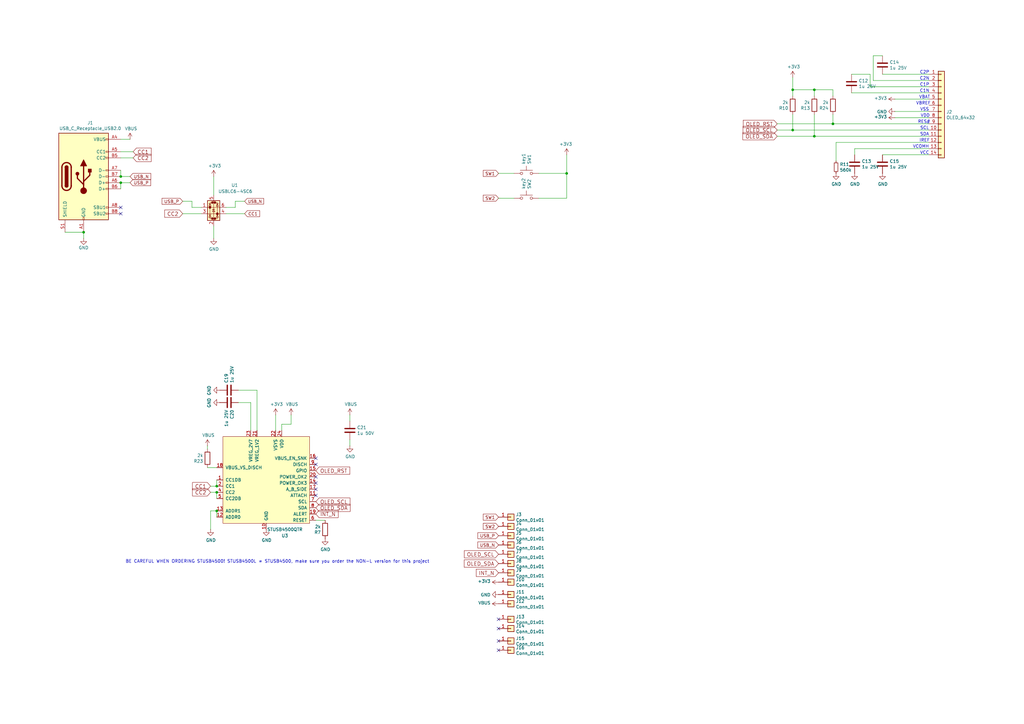
<source format=kicad_sch>
(kicad_sch (version 20250114) (generator "eeschema") (generator_version "9.0")
  (paper "A3")
  (lib_symbols
    (symbol "Connector:USB_C_Receptacle_USB2.0" (pin_names (offset 1.016))
      (property "Reference" "J" (at -10.16 19.05 0))
      (property "Value" "Connector_USB_C_Receptacle_USB2.0" (at 19.05 19.05 0))
      (symbol "USB_C_Receptacle_USB2.0_0_0"
        (rectangle (start -0.254 -17.78) (end 0.254 -16.764))
        (rectangle (start 10.16 15.494) (end 9.144 14.986))
        (rectangle (start 10.16 10.414) (end 9.144 9.906))
        (rectangle (start 10.16 7.874) (end 9.144 7.366))
        (rectangle (start 10.16 2.794) (end 9.144 2.286))
        (rectangle (start 10.16 0.254) (end 9.144 -0.254))
        (rectangle (start 10.16 -2.286) (end 9.144 -2.794))
        (rectangle (start 10.16 -4.826) (end 9.144 -5.334))
        (rectangle (start 10.16 -12.446) (end 9.144 -12.954))
        (rectangle (start 10.16 -14.986) (end 9.144 -15.494))
      )
      (symbol "USB_C_Receptacle_USB2.0_0_1"
        (rectangle (start -10.16 17.78) (end 10.16 -17.78) (stroke (width 0.254)) (fill (type background)))
        (polyline (pts (xy -8.89 -3.81) (xy -8.89 3.81)) (stroke (width 0.508)))
        (rectangle (start -7.62 -3.81) (end -6.35 3.81) (stroke (width 0.254)) (fill (type outline)))
        (arc (start -8.89 3.81) (mid -6.985 5.715) (end -5.08 3.81) (stroke (width 0.508)))
        (arc (start -7.62 3.81) (mid -6.985 4.445) (end -6.35 3.81) (stroke (width 0.254)))
        (arc (start -7.62 3.81) (mid -6.985 4.445) (end -6.35 3.81) (stroke (width 0.254)) (fill (type outline)))
        (arc (start -6.35 -3.81) (mid -6.985 -4.445) (end -7.62 -3.81) (stroke (width 0.254)))
        (arc (start -6.35 -3.81) (mid -6.985 -4.445) (end -7.62 -3.81) (stroke (width 0.254)) (fill (type outline)))
        (arc (start -5.08 -3.81) (mid -6.985 -5.715) (end -8.89 -3.81) (stroke (width 0.508)))
        (polyline (pts (xy -5.08 3.81) (xy -5.08 -3.81)) (stroke (width 0.508)))
        (circle (center -2.54 1.143) (radius 0.635) (stroke (width 0.254)) (fill (type outline)))
        (polyline (pts (xy -1.27 4.318) (xy 0 6.858) (xy 1.27 4.318) (xy -1.27 4.318)) (stroke (width 0.254)) (fill (type outline)))
        (polyline (pts (xy 0 -2.032) (xy 2.54 0.508) (xy 2.54 1.778)) (stroke (width 0.508)))
        (polyline (pts (xy 0 -3.302) (xy -2.54 -0.762) (xy -2.54 0.508)) (stroke (width 0.508)))
        (polyline (pts (xy 0 -5.842) (xy 0 4.318)) (stroke (width 0.508)))
        (circle (center 0 -5.842) (radius 1.27) (fill (type outline)))
        (rectangle (start 1.905 1.778) (end 3.175 3.048) (stroke (width 0.254)) (fill (type outline)))
      )
      (symbol "USB_C_Receptacle_USB2.0_1_1"
        (pin passive line (at -7.62 -22.86 90) (length 5.08) (name "SHIELD") (number "S1"))
        (pin power_in line (at 0 -22.86 90) (length 5.08) (name "GND") (number "A1"))
        (pin passive line (at 0 -22.86 90) (length 5.08) (hide yes) (name "GND") (number "A12"))
        (pin passive line (at 0 -22.86 90) (length 5.08) (hide yes) (name "GND") (number "B1"))
        (pin passive line (at 0 -22.86 90) (length 5.08) (hide yes) (name "GND") (number "B12"))
        (pin power_in line (at 15.24 15.24 180) (length 5.08) (name "VBUS") (number "A4"))
        (pin passive line (at 15.24 15.24 180) (length 5.08) (hide yes) (name "VBUS") (number "A9"))
        (pin passive line (at 15.24 15.24 180) (length 5.08) (hide yes) (name "VBUS") (number "B4"))
        (pin passive line (at 15.24 15.24 180) (length 5.08) (hide yes) (name "VBUS") (number "B9"))
        (pin bidirectional line (at 15.24 10.16 180) (length 5.08) (name "CC1") (number "A5"))
        (pin bidirectional line (at 15.24 7.62 180) (length 5.08) (name "CC2") (number "B5"))
        (pin bidirectional line (at 15.24 2.54 180) (length 5.08) (name "D-") (number "A7"))
        (pin bidirectional line (at 15.24 0 180) (length 5.08) (name "D-") (number "B7"))
        (pin bidirectional line (at 15.24 -2.54 180) (length 5.08) (name "D+") (number "A6"))
        (pin bidirectional line (at 15.24 -5.08 180) (length 5.08) (name "D+") (number "B6"))
        (pin bidirectional line (at 15.24 -12.7 180) (length 5.08) (name "SBU1") (number "A8"))
        (pin bidirectional line (at 15.24 -15.24 180) (length 5.08) (name "SBU2") (number "B8"))
      )
    )
    (symbol "Connector_Generic:Conn_01x01" (pin_names (offset 1.016) (hide yes))
      (property "Reference" "J" (at 0 2.54 0))
      (property "Value" "Conn_01x01" (at 0 -2.54 0))
      (symbol "Conn_01x01_1_1"
        (rectangle (start -1.27 1.27) (end 1.27 -1.27) (stroke (width 0.254)) (fill (type background)))
        (rectangle (start -1.27 0.127) (end 0 -0.127) (stroke (width 0.1524)))
        (pin passive line (at -5.08 0 0) (length 3.81) (name "Pin_1") (number "1"))
      )
    )
    (symbol "Connector_Generic:Conn_01x14" (pin_names (offset 1.016) (hide yes))
      (property "Reference" "J" (at 0 17.78 0))
      (property "Value" "Conn_01x14" (at 0 -20.32 0))
      (symbol "Conn_01x14_1_1"
        (rectangle (start -1.27 16.51) (end 1.27 -19.05) (stroke (width 0.254)) (fill (type background)))
        (rectangle (start -1.27 15.367) (end 0 15.113) (stroke (width 0.1524)))
        (rectangle (start -1.27 12.827) (end 0 12.573) (stroke (width 0.1524)))
        (rectangle (start -1.27 10.287) (end 0 10.033) (stroke (width 0.1524)))
        (rectangle (start -1.27 7.747) (end 0 7.493) (stroke (width 0.1524)))
        (rectangle (start -1.27 5.207) (end 0 4.953) (stroke (width 0.1524)))
        (rectangle (start -1.27 2.667) (end 0 2.413) (stroke (width 0.1524)))
        (rectangle (start -1.27 0.127) (end 0 -0.127) (stroke (width 0.1524)))
        (rectangle (start -1.27 -2.413) (end 0 -2.667) (stroke (width 0.1524)))
        (rectangle (start -1.27 -4.953) (end 0 -5.207) (stroke (width 0.1524)))
        (rectangle (start -1.27 -7.493) (end 0 -7.747) (stroke (width 0.1524)))
        (rectangle (start -1.27 -10.033) (end 0 -10.287) (stroke (width 0.1524)))
        (rectangle (start -1.27 -12.573) (end 0 -12.827) (stroke (width 0.1524)))
        (rectangle (start -1.27 -15.113) (end 0 -15.367) (stroke (width 0.1524)))
        (rectangle (start -1.27 -17.653) (end 0 -17.907) (stroke (width 0.1524)))
        (pin passive line (at -5.08 15.24 0) (length 3.81) (name "Pin_1") (number "1"))
        (pin passive line (at -5.08 12.7 0) (length 3.81) (name "Pin_2") (number "2"))
        (pin passive line (at -5.08 10.16 0) (length 3.81) (name "Pin_3") (number "3"))
        (pin passive line (at -5.08 7.62 0) (length 3.81) (name "Pin_4") (number "4"))
        (pin passive line (at -5.08 5.08 0) (length 3.81) (name "Pin_5") (number "5"))
        (pin passive line (at -5.08 2.54 0) (length 3.81) (name "Pin_6") (number "6"))
        (pin passive line (at -5.08 0 0) (length 3.81) (name "Pin_7") (number "7"))
        (pin passive line (at -5.08 -2.54 0) (length 3.81) (name "Pin_8") (number "8"))
        (pin passive line (at -5.08 -5.08 0) (length 3.81) (name "Pin_9") (number "9"))
        (pin passive line (at -5.08 -7.62 0) (length 3.81) (name "Pin_10") (number "10"))
        (pin passive line (at -5.08 -10.16 0) (length 3.81) (name "Pin_11") (number "11"))
        (pin passive line (at -5.08 -12.7 0) (length 3.81) (name "Pin_12") (number "12"))
        (pin passive line (at -5.08 -15.24 0) (length 3.81) (name "Pin_13") (number "13"))
        (pin passive line (at -5.08 -17.78 0) (length 3.81) (name "Pin_14") (number "14"))
      )
    )
    (symbol "Device:C" (pin_numbers (hide yes)) (pin_names (offset 0.254))
      (property "Reference" "C" (at 0.635 2.54 0))
      (property "Value" "C" (at 0.635 -2.54 0))
      (symbol "C_0_1"
        (polyline (pts (xy -2.032 0.762) (xy 2.032 0.762)) (stroke (width 0.508)))
        (polyline (pts (xy -2.032 -0.762) (xy 2.032 -0.762)) (stroke (width 0.508)))
      )
      (symbol "C_1_1"
        (pin passive line (at 0 3.81 270) (length 2.794) (name "~") (number "1"))
        (pin passive line (at 0 -3.81 90) (length 2.794) (name "~") (number "2"))
      )
    )
    (symbol "Device:R" (pin_numbers (hide yes)) (pin_names (offset 0))
      (property "Reference" "R" (at 2.032 0 90))
      (property "Value" "R" (at 0 0 90))
      (symbol "R_0_1"
        (rectangle (start -1.016 -2.54) (end 1.016 2.54) (stroke (width 0.254)))
      )
      (symbol "R_1_1"
        (pin passive line (at 0 3.81 270) (length 1.27) (name "~") (number "1"))
        (pin passive line (at 0 -3.81 90) (length 1.27) (name "~") (number "2"))
      )
    )
    (symbol "Device:R_Small" (pin_numbers (hide yes)) (pin_names (offset 0.254) (hide yes))
      (property "Reference" "R" (at 0 0 90))
      (property "Value" "R_Small" (at 1.778 0 90))
      (symbol "R_Small_0_1"
        (rectangle (start -0.762 1.778) (end 0.762 -1.778) (stroke (width 0.2032)))
      )
      (symbol "R_Small_1_1"
        (pin passive line (at 0 2.54 270) (length 0.762) (name "~") (number "1"))
        (pin passive line (at 0 -2.54 90) (length 0.762) (name "~") (number "2"))
      )
    )
    (symbol "Power_Protection:USBLC6-2SC6" (pin_names (hide yes))
      (property "Reference" "U" (at 0.635 5.715 0))
      (property "Value" "USBLC6-2SC6" (at 0.635 3.81 0))
      (symbol "USBLC6-2SC6_0_0"
        (circle (center -1.524 0) (radius 0.0001) (stroke (width 0.508)))
        (circle (center -0.508 2.032) (radius 0.0001) (stroke (width 0.508)))
        (circle (center -0.508 -4.572) (radius 0.0001) (stroke (width 0.508)))
        (circle (center 0.508 2.032) (radius 0.0001) (stroke (width 0.508)))
        (circle (center 0.508 -4.572) (radius 0.0001) (stroke (width 0.508)))
        (circle (center 1.524 -2.54) (radius 0.0001) (stroke (width 0.508)))
      )
      (symbol "USBLC6-2SC6_0_1"
        (polyline (pts (xy -2.54 0) (xy 2.54 0)))
        (polyline (pts (xy -2.54 -2.54) (xy 2.54 -2.54)))
        (polyline (pts (xy -2.032 0.508) (xy -1.016 0.508) (xy -1.524 1.524) (xy -2.032 0.508)))
        (polyline (pts (xy -2.032 -3.048) (xy -1.016 -3.048)))
        (polyline (pts (xy -1.016 1.524) (xy -2.032 1.524)))
        (polyline (pts (xy -1.016 -4.064) (xy -2.032 -4.064) (xy -1.524 -3.048) (xy -1.016 -4.064)))
        (polyline (pts (xy -0.508 -1.143) (xy -0.508 -0.762) (xy 0.508 -0.762)))
        (polyline (pts (xy 0 2.54) (xy -0.508 2.032) (xy 0.508 2.032) (xy 0 1.524) (xy 0 -4.064) (xy -0.508 -4.572) (xy 0.508 -4.572) (xy 0 -5.08)))
        (polyline (pts (xy 0.508 -1.778) (xy -0.508 -1.778) (xy 0 -0.762) (xy 0.508 -1.778)))
        (polyline (pts (xy 1.016 1.524) (xy 2.032 1.524)))
        (polyline (pts (xy 1.016 -3.048) (xy 2.032 -3.048)))
        (polyline (pts (xy 2.032 0.508) (xy 1.016 0.508) (xy 1.524 1.524) (xy 2.032 0.508)))
        (polyline (pts (xy 2.032 -4.064) (xy 1.016 -4.064) (xy 1.524 -3.048) (xy 2.032 -4.064)))
      )
      (symbol "USBLC6-2SC6_1_1"
        (rectangle (start -2.54 2.794) (end 2.54 -5.334) (stroke (width 0.254)) (fill (type background)))
        (polyline (pts (xy -0.508 2.032) (xy -1.524 2.032) (xy -1.524 -4.572) (xy -0.508 -4.572)))
        (polyline (pts (xy 0.508 -4.572) (xy 1.524 -4.572) (xy 1.524 2.032) (xy 0.508 2.032)))
        (pin passive line (at -5.08 0 0) (length 2.54) (name "I/O1") (number "1"))
        (pin passive line (at -5.08 -2.54 0) (length 2.54) (name "I/O2") (number "3"))
        (pin passive line (at 0 5.08 270) (length 2.54) (name "VBUS") (number "5"))
        (pin passive line (at 0 -7.62 90) (length 2.54) (name "GND") (number "2"))
        (pin passive line (at 5.08 0 180) (length 2.54) (name "I/O1") (number "6"))
        (pin passive line (at 5.08 -2.54 180) (length 2.54) (name "I/O2") (number "4"))
      )
    )
    (symbol "Switch:SW_Push" (pin_numbers (hide yes)) (pin_names (offset 1.016) (hide yes))
      (property "Reference" "SW" (at 1.27 2.54 0))
      (property "Value" "SW_Push" (at 0 -1.524 0))
      (symbol "SW_Push_0_1"
        (circle (center -2.032 0) (radius 0.508))
        (polyline (pts (xy 0 1.27) (xy 0 3.048)))
        (circle (center 2.032 0) (radius 0.508))
        (polyline (pts (xy 2.54 1.27) (xy -2.54 1.27)))
        (pin passive line (at -5.08 0 0) (length 2.54) (name "1") (number "1"))
        (pin passive line (at 5.08 0 180) (length 2.54) (name "2") (number "2"))
      )
    )
    (symbol "otter:STUSB4500" (pin_names (offset 1.016))
      (property "Reference" "U" (at 12.7 25.4 0))
      (property "Value" "otter_STUSB4500" (at 12.7 22.86 0))
      (symbol "STUSB4500_0_1"
        (rectangle (start -17.78 21.59) (end 17.78 -13.97) (fill (type background)))
      )
      (symbol "STUSB4500_1_1"
        (pin input line (at -20.32 8.89 0) (length 2.54) (name "VBUS_VS_DISCH") (number "18"))
        (pin input line (at -20.32 3.81 0) (length 2.54) (name "CC1DB") (number "1"))
        (pin input line (at -20.32 1.27 0) (length 2.54) (name "CC1") (number "2"))
        (pin input line (at -20.32 -1.27 0) (length 2.54) (name "CC2") (number "4"))
        (pin input line (at -20.32 -3.81 0) (length 2.54) (name "CC2DB") (number "5"))
        (pin input line (at -20.32 -8.89 0) (length 2.54) (name "ADDR1") (number "13"))
        (pin input line (at -20.32 -11.43 0) (length 2.54) (name "ADDR0") (number "12"))
        (pin input line (at -6.35 24.13 270) (length 2.54) (name "VREG_2V7") (number "23"))
        (pin input line (at -3.81 24.13 270) (length 2.54) (name "VREG_1V2") (number "21"))
        (pin input line (at 0 -16.51 90) (length 2.54) (name "GND") (number "10"))
        (pin input line (at 0 -16.51 90) (length 2.54) (hide yes) (name "GND") (number "25"))
        (pin input line (at 1.27 24.13 270) (length 2.54) (hide yes) (name "NC") (number "3"))
        (pin input line (at 3.81 24.13 270) (length 2.54) (name "VSYS") (number "22"))
        (pin input line (at 6.35 24.13 270) (length 2.54) (name "VDD") (number "24"))
        (pin input line (at 20.32 12.7 180) (length 2.54) (name "VBUS_EN_SNK") (number "16"))
        (pin input line (at 20.32 10.16 180) (length 2.54) (name "DISCH") (number "9"))
        (pin input line (at 20.32 7.62 180) (length 2.54) (name "GPIO") (number "15"))
        (pin input line (at 20.32 5.08 180) (length 2.54) (name "POWER_OK2") (number "20"))
        (pin input line (at 20.32 2.54 180) (length 2.54) (name "POWER_OK3") (number "14"))
        (pin input line (at 20.32 0 180) (length 2.54) (name "A_B_SIDE") (number "17"))
        (pin input line (at 20.32 -2.54 180) (length 2.54) (name "ATTACH") (number "11"))
        (pin input line (at 20.32 -5.08 180) (length 2.54) (name "SCL") (number "7"))
        (pin input line (at 20.32 -7.62 180) (length 2.54) (name "SDA") (number "8"))
        (pin input line (at 20.32 -10.16 180) (length 2.54) (name "ALERT") (number "19"))
        (pin input line (at 20.32 -12.7 180) (length 2.54) (name "RESET") (number "6"))
      )
    )
    (symbol "power:+3V3" (power) (pin_numbers (hide yes)) (pin_names (offset 0) (hide yes))
      (property "Value" "+3V3" (at 0 3.556 0))
      (symbol "+3V3_0_1"
        (polyline (pts (xy -0.762 1.27) (xy 0 2.54)))
        (polyline (pts (xy 0 2.54) (xy 0.762 1.27)))
        (polyline (pts (xy 0 0) (xy 0 2.54)))
      )
      (symbol "+3V3_1_1"
        (pin power_in line (at 0 0 90) (length 0) (name "~") (number "1"))
      )
    )
    (symbol "power:GND" (power) (pin_numbers (hide yes)) (pin_names (offset 0) (hide yes))
      (property "Value" "GND" (at 0 -3.81 0))
      (symbol "GND_0_1"
        (polyline (pts (xy 0 0) (xy 0 -1.27) (xy 1.27 -1.27) (xy 0 -2.54) (xy -1.27 -1.27) (xy 0 -1.27)))
      )
      (symbol "GND_1_1"
        (pin power_in line (at 0 0 270) (length 0) (name "~") (number "1"))
      )
    )
    (symbol "power:VBUS" (power) (pin_numbers (hide yes)) (pin_names (offset 0) (hide yes))
      (property "Value" "VBUS" (at 0 3.556 0))
      (symbol "VBUS_0_1"
        (polyline (pts (xy -0.762 1.27) (xy 0 2.54)))
        (polyline (pts (xy 0 2.54) (xy 0.762 1.27)))
        (polyline (pts (xy 0 0) (xy 0 2.54)))
      )
      (symbol "VBUS_1_1"
        (pin power_in line (at 0 0 90) (length 0) (name "~") (number "1"))
      )
    )
  )
  (text "VBAT" (at 379.222 39.878 0) (effects (font (size 1.27 1.27))))
  (text "SCL" (at 379.222 52.578 0) (effects (font (size 1.27 1.27))))
  (text "RES#" (at 378.968 50.038 0) (effects (font (size 1.27 1.27))))
  (text "IREF" (at 379.222 57.658 0) (effects (font (size 1.27 1.27))))
  (text "SDA" (at 379.222 55.118 0) (effects (font (size 1.27 1.27))))
  (text "VBREF" (at 378.714 42.418 0) (effects (font (size 1.27 1.27))))
  (text "C2P" (at 379.222 29.718 0) (effects (font (size 1.27 1.27))))
  (text "C1P" (at 379.222 34.798 0) (effects (font (size 1.27 1.27))))
  (text "VCC" (at 379.222 62.738 0) (effects (font (size 1.27 1.27))))
  (text "C1N" (at 379.222 37.338 0) (effects (font (size 1.27 1.27))))
  (text "C2N" (at 379.222 32.258 0) (effects (font (size 1.27 1.27))))
  (text "BE CAREFUL WHEN ORDERING STUSB4500! STUSB4500L ≠ STUSB4500, make sure you order the NON-L version for this project" (at 113.792 230.378 0) (effects (font (size 1.27 1.27))))
  (text "VCOMH" (at 377.698 60.198 0) (effects (font (size 1.27 1.27))))
  (text "VSS" (at 379.222 44.958 0) (effects (font (size 1.27 1.27))))
  (text "VDD" (at 379.476 47.498 0) (effects (font (size 1.27 1.27))))
  (junction (at 334.01 36.83))
  (junction (at 341.63 50.8))
  (junction (at 88.9 201.93))
  (junction (at 49.53 74.93))
  (junction (at 334.01 55.88))
  (junction (at 325.12 53.34))
  (junction (at 34.29 95.25))
  (junction (at 325.12 36.83))
  (junction (at 88.9 209.55))
  (junction (at 88.9 199.39))
  (junction (at 49.53 72.39))
  (junction (at 232.41 71.12))
  (no_connect (at 204.47 254))
  (no_connect (at 129.54 190.5))
  (no_connect (at 129.54 200.66))
  (no_connect (at 129.54 195.58))
  (no_connect (at 204.47 266.7))
  (no_connect (at 204.47 257.81))
  (no_connect (at 129.54 198.12))
  (no_connect (at 129.54 203.2))
  (no_connect (at 49.53 87.63))
  (no_connect (at 204.47 262.89))
  (no_connect (at 49.53 85.09))
  (no_connect (at 129.54 187.96))
  (wire (pts (xy 115.57 173.99) (xy 115.57 176.53)))
  (wire (pts (xy 356.87 35.56) (xy 381 35.56)))
  (wire (pts (xy 88.9 201.93) (xy 88.9 204.47)))
  (wire (pts (xy 381 33.02) (xy 358.14 33.02)))
  (wire (pts (xy 26.67 95.25) (xy 34.29 95.25)))
  (wire (pts (xy 34.29 95.25) (xy 34.29 97.79)))
  (wire (pts (xy 381 45.72) (xy 367.03 45.72)))
  (wire (pts (xy 381 38.1) (xy 349.25 38.1)))
  (wire (pts (xy 92.71 87.63) (xy 100.33 87.63)))
  (wire (pts (xy 88.9 209.55) (xy 88.9 212.09)))
  (wire (pts (xy 325.12 53.34) (xy 381 53.34)))
  (wire (pts (xy 325.12 36.83) (xy 325.12 39.37)))
  (wire (pts (xy 325.12 36.83) (xy 334.01 36.83)))
  (wire (pts (xy 350.52 63.5) (xy 350.52 60.96)))
  (wire (pts (xy 356.87 30.48) (xy 356.87 35.56)))
  (wire (pts (xy 87.63 92.71) (xy 87.63 97.79)))
  (wire (pts (xy 86.36 209.55) (xy 88.9 209.55)))
  (wire (pts (xy 350.52 60.96) (xy 381 60.96)))
  (wire (pts (xy 119.38 173.99) (xy 115.57 173.99)))
  (wire (pts (xy 54.61 64.77) (xy 49.53 64.77)))
  (wire (pts (xy 381 48.26) (xy 367.03 48.26)))
  (wire (pts (xy 96.52 82.55) (xy 100.33 82.55)))
  (wire (pts (xy 358.14 33.02) (xy 358.14 22.86)))
  (wire (pts (xy 129.54 213.36) (xy 133.35 213.36)))
  (wire (pts (xy 342.9 66.04) (xy 342.9 58.42)))
  (wire (pts (xy 74.93 87.63) (xy 82.55 87.63)))
  (wire (pts (xy 143.51 170.18) (xy 143.51 172.72)))
  (wire (pts (xy 204.47 71.12) (xy 210.82 71.12)))
  (wire (pts (xy 220.98 81.28) (xy 232.41 81.28)))
  (wire (pts (xy 78.74 85.09) (xy 78.74 82.55)))
  (wire (pts (xy 318.77 53.34) (xy 325.12 53.34)))
  (wire (pts (xy 102.87 165.1) (xy 97.79 165.1)))
  (wire (pts (xy 143.51 180.34) (xy 143.51 182.88)))
  (wire (pts (xy 334.01 36.83) (xy 341.63 36.83)))
  (wire (pts (xy 86.36 217.17) (xy 86.36 209.55)))
  (wire (pts (xy 341.63 46.99) (xy 341.63 50.8)))
  (wire (pts (xy 85.09 191.77) (xy 88.9 191.77)))
  (wire (pts (xy 381 40.64) (xy 367.03 40.64)))
  (wire (pts (xy 349.25 30.48) (xy 356.87 30.48)))
  (wire (pts (xy 325.12 53.34) (xy 325.12 46.99)))
  (wire (pts (xy 232.41 71.12) (xy 232.41 63.5)))
  (wire (pts (xy 49.53 62.23) (xy 54.61 62.23)))
  (wire (pts (xy 86.36 201.93) (xy 88.9 201.93)))
  (wire (pts (xy 318.77 55.88) (xy 334.01 55.88)))
  (wire (pts (xy 105.41 160.02) (xy 97.79 160.02)))
  (wire (pts (xy 49.53 77.47) (xy 49.53 74.93)))
  (wire (pts (xy 204.47 81.28) (xy 210.82 81.28)))
  (wire (pts (xy 220.98 71.12) (xy 232.41 71.12)))
  (wire (pts (xy 86.36 199.39) (xy 88.9 199.39)))
  (wire (pts (xy 78.74 82.55) (xy 74.93 82.55)))
  (wire (pts (xy 85.09 184.15) (xy 85.09 182.88)))
  (wire (pts (xy 96.52 85.09) (xy 96.52 82.55)))
  (wire (pts (xy 318.77 50.8) (xy 341.63 50.8)))
  (wire (pts (xy 334.01 55.88) (xy 334.01 46.99)))
  (wire (pts (xy 92.71 85.09) (xy 96.52 85.09)))
  (wire (pts (xy 325.12 31.75) (xy 325.12 36.83)))
  (wire (pts (xy 119.38 170.18) (xy 119.38 173.99)))
  (wire (pts (xy 49.53 72.39) (xy 53.34 72.39)))
  (wire (pts (xy 361.95 30.48) (xy 381 30.48)))
  (wire (pts (xy 113.03 170.18) (xy 113.03 176.53)))
  (wire (pts (xy 341.63 50.8) (xy 381 50.8)))
  (wire (pts (xy 341.63 39.37) (xy 341.63 36.83)))
  (wire (pts (xy 105.41 176.53) (xy 105.41 160.02)))
  (wire (pts (xy 381 63.5) (xy 361.95 63.5)))
  (wire (pts (xy 232.41 71.12) (xy 232.41 81.28)))
  (wire (pts (xy 53.34 57.15) (xy 49.53 57.15)))
  (wire (pts (xy 88.9 199.39) (xy 88.9 196.85)))
  (wire (pts (xy 102.87 176.53) (xy 102.87 165.1)))
  (wire (pts (xy 49.53 69.85) (xy 49.53 72.39)))
  (wire (pts (xy 334.01 36.83) (xy 334.01 39.37)))
  (wire (pts (xy 82.55 85.09) (xy 78.74 85.09)))
  (wire (pts (xy 342.9 58.42) (xy 381 58.42)))
  (wire (pts (xy 358.14 22.86) (xy 361.95 22.86)))
  (wire (pts (xy 334.01 55.88) (xy 381 55.88)))
  (wire (pts (xy 49.53 74.93) (xy 53.34 74.93)))
  (wire (pts (xy 87.63 72.39) (xy 87.63 80.01)))
  (global_label "USB_N" (shape input) (at 100.33 82.55 0) (effects (font (size 1.1684 1.1684))) (property "Intersheetrefs" "${INTERSHEET_REFS}" (effects (hide yes))))
  (global_label "OLED_RST" (shape input) (at 129.54 193.04 0) (effects (font (size 1.524 1.524))) (property "Intersheetrefs" "${INTERSHEET_REFS}" (effects (hide yes))))
  (global_label "OLED_SCL" (shape input) (at 129.54 205.74 0) (effects (font (size 1.524 1.524))) (property "Intersheetrefs" "${INTERSHEET_REFS}" (effects (hide yes))))
  (global_label "OLED_SDA" (shape input) (at 204.47 231.14 180) (effects (font (size 1.524 1.524))) (property "Intersheetrefs" "${INTERSHEET_REFS}" (effects (hide yes))))
  (global_label "USB_N" (shape input) (at 204.47 223.52 180) (property "Intersheetrefs" "${INTERSHEET_REFS}" (effects (hide yes))))
  (global_label "OLED_RST" (shape input) (at 318.77 50.8 180) (effects (font (size 1.524 1.524))) (property "Intersheetrefs" "${INTERSHEET_REFS}" (effects (hide yes))))
  (global_label "OLED_SDA" (shape input) (at 318.77 55.88 180) (effects (font (size 1.524 1.524))) (property "Intersheetrefs" "${INTERSHEET_REFS}" (effects (hide yes))))
  (global_label "CC2" (shape input) (at 86.36 201.93 180) (effects (font (size 1.524 1.524))) (property "Intersheetrefs" "${INTERSHEET_REFS}" (effects (hide yes))))
  (global_label "USB_N" (shape input) (at 53.34 72.39 0) (property "Intersheetrefs" "${INTERSHEET_REFS}" (effects (hide yes))))
  (global_label "USB_P" (shape input) (at 53.34 74.93 0) (property "Intersheetrefs" "${INTERSHEET_REFS}" (effects (hide yes))))
  (global_label "SW2" (shape input) (at 204.47 81.28 180) (property "Intersheetrefs" "${INTERSHEET_REFS}" (effects (hide yes))))
  (global_label "CC2" (shape input) (at 74.93 87.63 180) (effects (font (size 1.524 1.524))) (property "Intersheetrefs" "${INTERSHEET_REFS}" (effects (hide yes))))
  (global_label "CC2" (shape input) (at 54.61 64.77 0) (effects (font (size 1.524 1.524))) (property "Intersheetrefs" "${INTERSHEET_REFS}" (effects (hide yes))))
  (global_label "CC1" (shape input) (at 54.61 62.23 0) (effects (font (size 1.524 1.524))) (property "Intersheetrefs" "${INTERSHEET_REFS}" (effects (hide yes))))
  (global_label "OLED_SCL" (shape input) (at 318.77 53.34 180) (effects (font (size 1.524 1.524))) (property "Intersheetrefs" "${INTERSHEET_REFS}" (effects (hide yes))))
  (global_label "SW2" (shape input) (at 204.47 215.9 180) (property "Intersheetrefs" "${INTERSHEET_REFS}" (effects (hide yes))))
  (global_label "USB_P" (shape input) (at 204.47 219.71 180) (property "Intersheetrefs" "${INTERSHEET_REFS}" (effects (hide yes))))
  (global_label "INT_N" (shape input) (at 204.47 234.95 180) (effects (font (size 1.524 1.524))) (property "Intersheetrefs" "${INTERSHEET_REFS}" (effects (hide yes))))
  (global_label "USB_P" (shape input) (at 74.93 82.55 180) (property "Intersheetrefs" "${INTERSHEET_REFS}" (effects (hide yes))))
  (global_label "SW1" (shape input) (at 204.47 212.09 180) (property "Intersheetrefs" "${INTERSHEET_REFS}" (effects (hide yes))))
  (global_label "SW1" (shape input) (at 204.47 71.12 180) (property "Intersheetrefs" "${INTERSHEET_REFS}" (effects (hide yes))))
  (global_label "INT_N" (shape input) (at 129.54 210.82 0) (effects (font (size 1.524 1.524))) (property "Intersheetrefs" "${INTERSHEET_REFS}" (effects (hide yes))))
  (global_label "CC1" (shape input) (at 100.33 87.63 0) (property "Intersheetrefs" "${INTERSHEET_REFS}" (effects (hide yes))))
  (global_label "CC1" (shape input) (at 86.36 199.39 180) (effects (font (size 1.524 1.524))) (property "Intersheetrefs" "${INTERSHEET_REFS}" (effects (hide yes))))
  (global_label "OLED_SCL" (shape input) (at 204.47 227.33 180) (effects (font (size 1.524 1.524))) (property "Intersheetrefs" "${INTERSHEET_REFS}" (effects (hide yes))))
  (global_label "OLED_SDA" (shape input) (at 129.54 208.28 0) (effects (font (size 1.524 1.524))) (property "Intersheetrefs" "${INTERSHEET_REFS}" (effects (hide yes))))
  (symbol (lib_id "power:+3V3") (at 232.41 63.5 0) (mirror y) (unit 1)
    (property "Reference" "#PWR0128" (effects (hide yes)))
    (property "Value" "+3V3" (at 232.029 59.1058 0))
  )
  (symbol (lib_id "Switch:SW_Push") (at 215.9 71.12 0) (mirror y) (unit 1)
    (property "Reference" "SW1" (at 217.0684 67.3608 90) (effects (justify left)))
    (property "Value" "key1" (at 214.757 67.3608 90) (effects (justify left)))
    (property "Footprint" "Button_Switch_SMD:SW_SPST_EVQP7C" (effects (hide yes)))
    (property "LCSC" "C388883" (effects (hide yes)))
  )
  (symbol (lib_id "power:VBUS") (at 53.34 57.15 0) (unit 1)
    (property "Reference" "#PWR0118" (effects (hide yes)))
    (property "Value" "VBUS" (at 53.721 52.7558 0))
  )
  (symbol (lib_id "power:GND") (at 87.63 97.79 0) (unit 1)
    (property "Reference" "#PWR0120" (effects (hide yes)))
    (property "Value" "GND" (at 87.757 102.1842 0))
  )
  (symbol (lib_id "power:+3V3") (at 87.63 72.39 0) (unit 1)
    (property "Reference" "#PWR0121" (effects (hide yes)))
    (property "Value" "+3V3" (at 88.011 67.9958 0))
  )
  (symbol (lib_id "power:GND") (at 34.29 97.79 0) (unit 1)
    (property "Reference" "#PWR0119" (effects (hide yes)))
    (property "Value" "GND" (at 34.29 101.6 0))
  )
  (symbol (lib_id "Connector_Generic:Conn_01x14") (at 386.08 45.72 0) (unit 1)
    (property "Reference" "J2" (at 388.112 45.9232 0) (effects (justify left)))
    (property "Value" "OLED_64x32" (at 388.112 48.2346 0) (effects (justify left)))
    (property "Footprint" "otter:0.69OLED" (effects (hide yes)))
  )
  (symbol (lib_id "Device:C") (at 361.95 67.31 0) (unit 1)
    (property "Reference" "C15" (at 364.871 66.1416 0) (effects (justify left)))
    (property "Value" "1u 25V" (at 364.871 68.453 0) (effects (justify left)))
    (property "Footprint" "otter:C_0603" (effects (hide yes)))
    (property "LCSC" "C15849" (effects (hide yes)))
  )
  (symbol (lib_id "power:GND") (at 361.95 71.12 0) (unit 1)
    (property "Reference" "#PWR0129" (effects (hide yes)))
    (property "Value" "GND" (at 362.077 75.5142 0))
  )
  (symbol (lib_id "Device:C") (at 350.52 67.31 0) (unit 1)
    (property "Reference" "C13" (at 353.441 66.1416 0) (effects (justify left)))
    (property "Value" "1u 25V" (at 353.441 68.453 0) (effects (justify left)))
    (property "Footprint" "otter:C_0603" (effects (hide yes)))
    (property "LCSC" "C15849" (effects (hide yes)))
  )
  (symbol (lib_id "power:GND") (at 350.52 71.12 0) (unit 1)
    (property "Reference" "#PWR0130" (effects (hide yes)))
    (property "Value" "GND" (at 350.647 75.5142 0))
  )
  (symbol (lib_id "Power_Protection:USBLC6-2SC6") (at 87.63 85.09 0) (unit 1)
    (property "Reference" "U1" (at 96.266 75.946 0))
    (property "Value" "USBLC6-4SC6" (at 96.52 78.486 0))
    (property "Footprint" "Package_TO_SOT_SMD:SOT-23-6" (effects (hide yes)))
    (property "Datasheet" "http://www2.st.com/resource/en/datasheet/CD00050750.pdf" (effects (hide yes)))
    (property "LCSC" "C7519" (effects (hide yes)))
  )
  (symbol (lib_id "power:GND") (at 342.9 71.12 0) (unit 1)
    (property "Reference" "#PWR0131" (effects (hide yes)))
    (property "Value" "GND" (at 343.027 75.5142 0))
  )
  (symbol (lib_id "Device:R_Small") (at 342.9 68.58 0) (unit 1)
    (property "Reference" "R11" (at 344.3986 67.4116 0) (effects (justify left)))
    (property "Value" "560k" (at 344.3986 69.723 0) (effects (justify left)))
    (property "Footprint" "otter:R_0603" (effects (hide yes)))
    (property "LCSC" "C23203" (effects (hide yes)))
  )
  (symbol (lib_id "Device:R") (at 325.12 43.18 180) (unit 1)
    (property "Reference" "R10" (at 323.3674 44.3484 0) (effects (justify left)))
    (property "Value" "2k" (at 323.3674 42.037 0) (effects (justify left)))
    (property "Footprint" "otter:R_0603" (effects (hide yes)))
    (property "LCSC" "C4109" (effects (hide yes)))
  )
  (symbol (lib_id "Device:R") (at 334.01 43.18 180) (unit 1)
    (property "Reference" "R13" (at 332.2574 44.3484 0) (effects (justify left)))
    (property "Value" "2k" (at 332.2574 42.037 0) (effects (justify left)))
    (property "Footprint" "otter:R_0603" (effects (hide yes)))
    (property "LCSC" "C4109" (effects (hide yes)))
  )
  (symbol (lib_id "power:+3V3") (at 367.03 48.26 90) (unit 1)
    (property "Reference" "#PWR0132" (effects (hide yes)))
    (property "Value" "+3V3" (at 363.7788 47.879 90) (effects (justify left)))
  )
  (symbol (lib_id "power:+3V3") (at 367.03 40.64 90) (unit 1)
    (property "Reference" "#PWR0133" (effects (hide yes)))
    (property "Value" "+3V3" (at 363.7788 40.259 90) (effects (justify left)))
  )
  (symbol (lib_id "power:GND") (at 367.03 45.72 270) (unit 1)
    (property "Reference" "#PWR0134" (effects (hide yes)))
    (property "Value" "GND" (at 363.7788 45.847 90) (effects (justify right)))
  )
  (symbol (lib_id "Device:C") (at 361.95 26.67 0) (unit 1)
    (property "Reference" "C14" (at 364.871 25.5016 0) (effects (justify left)))
    (property "Value" "1u 25V" (at 364.871 27.813 0) (effects (justify left)))
    (property "Footprint" "otter:C_0603" (effects (hide yes)))
    (property "LCSC" "C15849" (effects (hide yes)))
  )
  (symbol (lib_id "Device:C") (at 349.25 34.29 0) (unit 1)
    (property "Reference" "C12" (at 352.171 33.1216 0) (effects (justify left)))
    (property "Value" "1u 25V" (at 352.171 35.433 0) (effects (justify left)))
    (property "Footprint" "otter:C_0603" (effects (hide yes)))
    (property "LCSC" "C15849" (effects (hide yes)))
  )
  (symbol (lib_id "Switch:SW_Push") (at 215.9 81.28 0) (mirror y) (unit 1)
    (property "Reference" "SW2" (at 217.0684 77.5208 90) (effects (justify left)))
    (property "Value" "key2" (at 214.757 77.5208 90) (effects (justify left)))
    (property "Footprint" "Button_Switch_SMD:SW_SPST_EVQP7C" (effects (hide yes)))
    (property "LCSC" "C388883" (effects (hide yes)))
  )
  (symbol (lib_id "otter:STUSB4500") (at 109.22 200.66 0) (unit 1)
    (property "Reference" "U3" (at 116.84 219.71 0))
    (property "Value" "STUSB4500QTR" (at 116.84 217.17 0))
    (property "Footprint" "otter:QFN-24-1EP_4x4mm_P0.5mm_EP2.7x2.7mm" (effects (hide yes)))
    (property "LCSC" "C2678061" (effects (hide yes)))
  )
  (symbol (lib_id "power:GND") (at 109.22 217.17 0) (unit 1)
    (property "Reference" "#PWR0107" (effects (hide yes)))
    (property "Value" "GND" (at 109.347 221.5642 0))
  )
  (symbol (lib_id "Device:C") (at 93.98 165.1 270) (unit 1)
    (property "Reference" "C20" (at 95.1484 168.021 0) (effects (justify left)))
    (property "Value" "1u 25V" (at 92.837 168.021 0) (effects (justify left)))
    (property "Footprint" "otter:C_0603" (effects (hide yes)))
    (property "LCSC" "C15849" (effects (hide yes)))
  )
  (symbol (lib_id "Device:C") (at 93.98 160.02 90) (unit 1)
    (property "Reference" "C19" (at 92.8116 157.099 0) (effects (justify left)))
    (property "Value" "1u 25V" (at 95.123 157.099 0) (effects (justify left)))
    (property "Footprint" "otter:C_0603" (effects (hide yes)))
    (property "LCSC" "C15849" (effects (hide yes)))
  )
  (symbol (lib_id "Device:C") (at 143.51 176.53 0) (unit 1)
    (property "Reference" "C21" (at 146.431 175.3616 0) (effects (justify left)))
    (property "Value" "1u 50V" (at 146.431 177.673 0) (effects (justify left)))
    (property "Footprint" "otter:C_0603" (effects (hide yes)))
    (property "LCSC" "C15849" (effects (hide yes)))
  )
  (symbol (lib_id "Device:R") (at 133.35 217.17 180) (unit 1)
    (property "Reference" "R7" (at 131.5974 218.3384 0) (effects (justify left)))
    (property "Value" "2k" (at 131.5974 216.027 0) (effects (justify left)))
    (property "Footprint" "otter:R_0603" (effects (hide yes)))
    (property "LCSC" "C4109" (effects (hide yes)))
  )
  (symbol (lib_id "power:GND") (at 133.35 220.98 0) (unit 1)
    (property "Reference" "#PWR0115" (effects (hide yes)))
    (property "Value" "GND" (at 133.477 225.3742 0))
  )
  (symbol (lib_id "power:GND") (at 143.51 182.88 0) (unit 1)
    (property "Reference" "#PWR0116" (effects (hide yes)))
    (property "Value" "GND" (at 143.637 187.2742 0))
  )
  (symbol (lib_id "power:GND") (at 90.17 165.1 270) (unit 1)
    (property "Reference" "#PWR0117" (effects (hide yes)))
    (property "Value" "GND" (at 85.7758 165.227 0))
  )
  (symbol (lib_id "power:GND") (at 90.17 160.02 270) (unit 1)
    (property "Reference" "#PWR0122" (effects (hide yes)))
    (property "Value" "GND" (at 85.7758 160.147 0))
  )
  (symbol (lib_id "power:+3V3") (at 113.03 170.18 0) (unit 1)
    (property "Reference" "#PWR0138" (effects (hide yes)))
    (property "Value" "+3V3" (at 113.411 165.7858 0))
  )
  (symbol (lib_id "power:VBUS") (at 119.38 170.18 0) (unit 1)
    (property "Reference" "#PWR0139" (effects (hide yes)))
    (property "Value" "VBUS" (at 119.761 165.7858 0))
  )
  (symbol (lib_id "Connector:USB_C_Receptacle_USB2.0") (at 34.29 72.39 0) (unit 1)
    (property "Reference" "J1" (at 37.0078 50.3682 0))
    (property "Value" "USB_C_Receptacle_USB2.0" (at 37.0078 52.6796 0))
    (property "Footprint" "otter:USB-C 16Pin" (effects (hide yes)))
    (property "Datasheet" "https://www.usb.org/sites/default/files/documents/usb_type-c.zip" (effects (hide yes)))
    (property "LCSC" "C167321" (effects (hide yes)))
  )
  (symbol (lib_id "Device:R") (at 85.09 187.96 180) (unit 1)
    (property "Reference" "R23" (at 83.3374 189.1284 0) (effects (justify left)))
    (property "Value" "2k" (at 83.3374 186.817 0) (effects (justify left)))
    (property "Footprint" "otter:R_0603" (effects (hide yes)))
    (property "LCSC" "C4109" (effects (hide yes)))
  )
  (symbol (lib_id "power:VBUS") (at 85.09 182.88 0) (unit 1)
    (property "Reference" "#PWR0146" (effects (hide yes)))
    (property "Value" "VBUS" (at 85.471 178.4858 0))
  )
  (symbol (lib_id "power:GND") (at 86.36 217.17 0) (unit 1)
    (property "Reference" "#PWR0147" (effects (hide yes)))
    (property "Value" "GND" (at 86.487 221.5642 0))
  )
  (symbol (lib_id "power:+3V3") (at 325.12 31.75 0) (unit 1)
    (property "Reference" "#PWR0148" (effects (hide yes)))
    (property "Value" "+3V3" (at 325.501 27.3558 0))
  )
  (symbol (lib_id "Device:R") (at 341.63 43.18 180) (unit 1)
    (property "Reference" "R24" (at 339.8774 44.3484 0) (effects (justify left)))
    (property "Value" "2k" (at 339.8774 42.037 0) (effects (justify left)))
    (property "Footprint" "otter:R_0603" (effects (hide yes)))
    (property "LCSC" "C4109" (effects (hide yes)))
  )
  (symbol (lib_id "Connector_Generic:Conn_01x01") (at 209.55 212.09 0) (unit 1)
    (property "Reference" "J3" (at 211.582 211.0232 0) (effects (justify left)))
    (property "Value" "Conn_01x01" (at 211.582 213.3346 0) (effects (justify left)))
    (property "Footprint" "otter:pad_1_2" (effects (hide yes)))
  )
  (symbol (lib_id "Connector_Generic:Conn_01x01") (at 209.55 215.9 0) (unit 1)
    (property "Reference" "J4" (at 211.582 214.8332 0) (effects (justify left)))
    (property "Value" "Conn_01x01" (at 211.582 217.1446 0) (effects (justify left)))
    (property "Footprint" "otter:pad_1_2" (effects (hide yes)))
  )
  (symbol (lib_id "Connector_Generic:Conn_01x01") (at 209.55 219.71 0) (unit 1)
    (property "Reference" "J5" (at 211.582 218.6432 0) (effects (justify left)))
    (property "Value" "Conn_01x01" (at 211.582 220.9546 0) (effects (justify left)))
    (property "Footprint" "otter:pad_0.75_3" (effects (hide yes)))
  )
  (symbol (lib_id "Connector_Generic:Conn_01x01") (at 209.55 223.52 0) (unit 1)
    (property "Reference" "J6" (at 211.582 222.4532 0) (effects (justify left)))
    (property "Value" "Conn_01x01" (at 211.582 224.7646 0) (effects (justify left)))
    (property "Footprint" "otter:pad_0.75_3" (effects (hide yes)))
  )
  (symbol (lib_id "Connector_Generic:Conn_01x01") (at 209.55 227.33 0) (unit 1)
    (property "Reference" "J7" (at 211.582 226.2632 0) (effects (justify left)))
    (property "Value" "Conn_01x01" (at 211.582 228.5746 0) (effects (justify left)))
    (property "Footprint" "otter:pad_1_2" (effects (hide yes)))
  )
  (symbol (lib_id "Connector_Generic:Conn_01x01") (at 209.55 231.14 0) (unit 1)
    (property "Reference" "J8" (at 211.582 230.0732 0) (effects (justify left)))
    (property "Value" "Conn_01x01" (at 211.582 232.3846 0) (effects (justify left)))
    (property "Footprint" "otter:pad_1_2" (effects (hide yes)))
  )
  (symbol (lib_id "Connector_Generic:Conn_01x01") (at 209.55 234.95 0) (unit 1)
    (property "Reference" "J9" (at 211.582 233.8832 0) (effects (justify left)))
    (property "Value" "Conn_01x01" (at 211.582 236.1946 0) (effects (justify left)))
    (property "Footprint" "otter:pad_1_2" (effects (hide yes)))
  )
  (symbol (lib_id "Connector_Generic:Conn_01x01") (at 209.55 238.76 0) (unit 1)
    (property "Reference" "J10" (at 211.582 237.6932 0) (effects (justify left)))
    (property "Value" "Conn_01x01" (at 211.582 240.0046 0) (effects (justify left)))
    (property "Footprint" "otter:pad_1_2" (effects (hide yes)))
  )
  (symbol (lib_id "Connector_Generic:Conn_01x01") (at 209.55 243.84 0) (unit 1)
    (property "Reference" "J11" (at 211.582 242.7732 0) (effects (justify left)))
    (property "Value" "Conn_01x01" (at 211.582 245.0846 0) (effects (justify left)))
    (property "Footprint" "otter:pad_1.5_3" (effects (hide yes)))
  )
  (symbol (lib_id "Connector_Generic:Conn_01x01") (at 209.55 247.65 0) (unit 1)
    (property "Reference" "J12" (at 211.582 246.5832 0) (effects (justify left)))
    (property "Value" "Conn_01x01" (at 211.582 248.8946 0) (effects (justify left)))
    (property "Footprint" "otter:pad_1.5_3" (effects (hide yes)))
  )
  (symbol (lib_id "Connector_Generic:Conn_01x01") (at 209.55 254 0) (unit 1)
    (property "Reference" "J13" (at 211.582 252.9332 0) (effects (justify left)))
    (property "Value" "Conn_01x01" (at 211.582 255.2446 0) (effects (justify left)))
    (property "Footprint" "otter:pad_1.5_3" (effects (hide yes)))
  )
  (symbol (lib_id "Connector_Generic:Conn_01x01") (at 209.55 257.81 0) (unit 1)
    (property "Reference" "J14" (at 211.582 256.7432 0) (effects (justify left)))
    (property "Value" "Conn_01x01" (at 211.582 259.0546 0) (effects (justify left)))
    (property "Footprint" "otter:pad_1.5_3" (effects (hide yes)))
  )
  (symbol (lib_id "Connector_Generic:Conn_01x01") (at 209.55 262.89 0) (unit 1)
    (property "Reference" "J15" (at 211.582 261.8232 0) (effects (justify left)))
    (property "Value" "Conn_01x01" (at 211.582 264.1346 0) (effects (justify left)))
    (property "Footprint" "otter:pad_1.5_3" (effects (hide yes)))
  )
  (symbol (lib_id "Connector_Generic:Conn_01x01") (at 209.55 266.7 0) (unit 1)
    (property "Reference" "J16" (at 211.582 265.6332 0) (effects (justify left)))
    (property "Value" "Conn_01x01" (at 211.582 267.9446 0) (effects (justify left)))
    (property "Footprint" "otter:pad_1.5_3" (effects (hide yes)))
  )
  (symbol (lib_id "power:GND") (at 204.47 243.84 270) (unit 1)
    (property "Reference" "#PWR0101" (effects (hide yes)))
    (property "Value" "GND" (at 201.2188 243.967 90) (effects (justify right)))
  )
  (symbol (lib_id "power:VBUS") (at 204.47 247.65 90) (unit 1)
    (property "Reference" "#PWR0102" (effects (hide yes)))
    (property "Value" "VBUS" (at 201.2442 247.269 90) (effects (justify left)))
  )
  (symbol (lib_id "power:+3V3") (at 204.47 238.76 90) (unit 1)
    (property "Reference" "#PWR0103" (effects (hide yes)))
    (property "Value" "+3V3" (at 201.2188 238.379 90) (effects (justify left)))
  )
  (symbol (lib_id "power:VBUS") (at 143.51 170.18 0) (unit 1)
    (property "Reference" "#PWR0140" (effects (hide yes)))
    (property "Value" "VBUS" (at 143.891 165.7858 0))
  )
)
</source>
